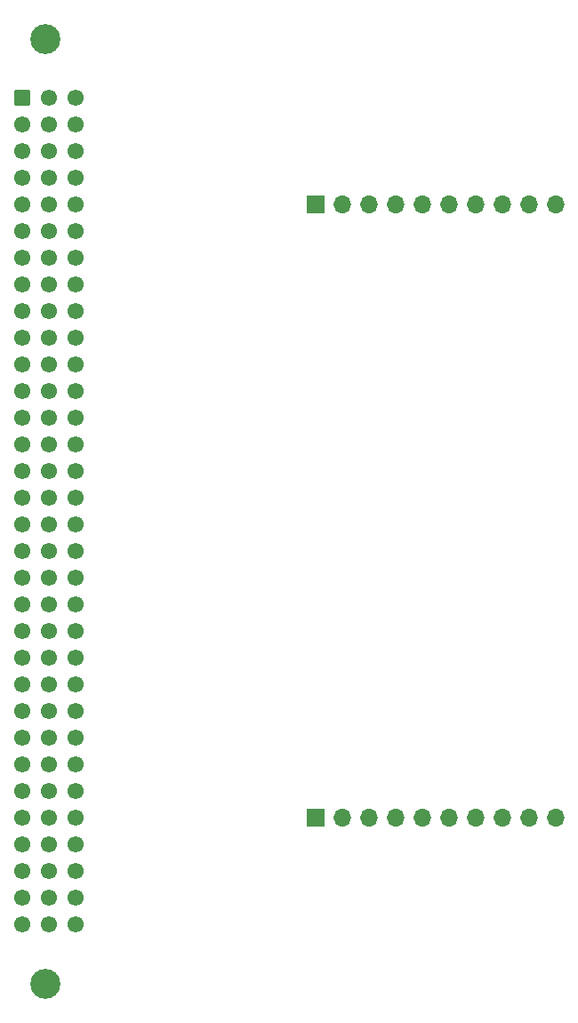
<source format=gbs>
G04 #@! TF.GenerationSoftware,KiCad,Pcbnew,(6.0.2)*
G04 #@! TF.CreationDate,2022-03-23T23:40:58-07:00*
G04 #@! TF.ProjectId,test_rope,74657374-5f72-46f7-9065-2e6b69636164,rev?*
G04 #@! TF.SameCoordinates,Original*
G04 #@! TF.FileFunction,Soldermask,Bot*
G04 #@! TF.FilePolarity,Negative*
%FSLAX46Y46*%
G04 Gerber Fmt 4.6, Leading zero omitted, Abs format (unit mm)*
G04 Created by KiCad (PCBNEW (6.0.2)) date 2022-03-23 23:40:58*
%MOMM*%
%LPD*%
G01*
G04 APERTURE LIST*
G04 Aperture macros list*
%AMRoundRect*
0 Rectangle with rounded corners*
0 $1 Rounding radius*
0 $2 $3 $4 $5 $6 $7 $8 $9 X,Y pos of 4 corners*
0 Add a 4 corners polygon primitive as box body*
4,1,4,$2,$3,$4,$5,$6,$7,$8,$9,$2,$3,0*
0 Add four circle primitives for the rounded corners*
1,1,$1+$1,$2,$3*
1,1,$1+$1,$4,$5*
1,1,$1+$1,$6,$7*
1,1,$1+$1,$8,$9*
0 Add four rect primitives between the rounded corners*
20,1,$1+$1,$2,$3,$4,$5,0*
20,1,$1+$1,$4,$5,$6,$7,0*
20,1,$1+$1,$6,$7,$8,$9,0*
20,1,$1+$1,$8,$9,$2,$3,0*%
G04 Aperture macros list end*
%ADD10R,1.700000X1.700000*%
%ADD11O,1.700000X1.700000*%
%ADD12C,2.850000*%
%ADD13RoundRect,0.249999X-0.525001X-0.525001X0.525001X-0.525001X0.525001X0.525001X-0.525001X0.525001X0*%
%ADD14C,1.550000*%
G04 APERTURE END LIST*
D10*
X134620000Y-116840000D03*
D11*
X137160000Y-116840000D03*
X139700000Y-116840000D03*
X142240000Y-116840000D03*
X144780000Y-116840000D03*
X147320000Y-116840000D03*
X149860000Y-116840000D03*
X152400000Y-116840000D03*
X154940000Y-116840000D03*
X157480000Y-116840000D03*
D12*
X108920000Y-42630000D03*
X108920000Y-132630000D03*
D13*
X106680000Y-48260000D03*
D14*
X106680000Y-50800000D03*
X106680000Y-53340000D03*
X106680000Y-55880000D03*
X106680000Y-58420000D03*
X106680000Y-60960000D03*
X106680000Y-63500000D03*
X106680000Y-66040000D03*
X106680000Y-68580000D03*
X106680000Y-71120000D03*
X106680000Y-73660000D03*
X106680000Y-76200000D03*
X106680000Y-78740000D03*
X106680000Y-81280000D03*
X106680000Y-83820000D03*
X106680000Y-86360000D03*
X106680000Y-88900000D03*
X106680000Y-91440000D03*
X106680000Y-93980000D03*
X106680000Y-96520000D03*
X106680000Y-99060000D03*
X106680000Y-101600000D03*
X106680000Y-104140000D03*
X106680000Y-106680000D03*
X106680000Y-109220000D03*
X106680000Y-111760000D03*
X106680000Y-114300000D03*
X106680000Y-116840000D03*
X106680000Y-119380000D03*
X106680000Y-121920000D03*
X106680000Y-124460000D03*
X106680000Y-127000000D03*
X109220000Y-48260000D03*
X109220000Y-50800000D03*
X109220000Y-53340000D03*
X109220000Y-55880000D03*
X109220000Y-58420000D03*
X109220000Y-60960000D03*
X109220000Y-63500000D03*
X109220000Y-66040000D03*
X109220000Y-68580000D03*
X109220000Y-71120000D03*
X109220000Y-73660000D03*
X109220000Y-76200000D03*
X109220000Y-78740000D03*
X109220000Y-81280000D03*
X109220000Y-83820000D03*
X109220000Y-86360000D03*
X109220000Y-88900000D03*
X109220000Y-91440000D03*
X109220000Y-93980000D03*
X109220000Y-96520000D03*
X109220000Y-99060000D03*
X109220000Y-101600000D03*
X109220000Y-104140000D03*
X109220000Y-106680000D03*
X109220000Y-109220000D03*
X109220000Y-111760000D03*
X109220000Y-114300000D03*
X109220000Y-116840000D03*
X109220000Y-119380000D03*
X109220000Y-121920000D03*
X109220000Y-124460000D03*
X109220000Y-127000000D03*
X111760000Y-48260000D03*
X111760000Y-50800000D03*
X111760000Y-53340000D03*
X111760000Y-55880000D03*
X111760000Y-58420000D03*
X111760000Y-60960000D03*
X111760000Y-63500000D03*
X111760000Y-66040000D03*
X111760000Y-68580000D03*
X111760000Y-71120000D03*
X111760000Y-73660000D03*
X111760000Y-76200000D03*
X111760000Y-78740000D03*
X111760000Y-81280000D03*
X111760000Y-83820000D03*
X111760000Y-86360000D03*
X111760000Y-88900000D03*
X111760000Y-91440000D03*
X111760000Y-93980000D03*
X111760000Y-96520000D03*
X111760000Y-99060000D03*
X111760000Y-101600000D03*
X111760000Y-104140000D03*
X111760000Y-106680000D03*
X111760000Y-109220000D03*
X111760000Y-111760000D03*
X111760000Y-114300000D03*
X111760000Y-116840000D03*
X111760000Y-119380000D03*
X111760000Y-121920000D03*
X111760000Y-124460000D03*
X111760000Y-127000000D03*
D11*
X157480000Y-58420000D03*
X154940000Y-58420000D03*
X152400000Y-58420000D03*
X149860000Y-58420000D03*
X147320000Y-58420000D03*
X144780000Y-58420000D03*
X142240000Y-58420000D03*
X139700000Y-58420000D03*
X137160000Y-58420000D03*
D10*
X134620000Y-58420000D03*
M02*

</source>
